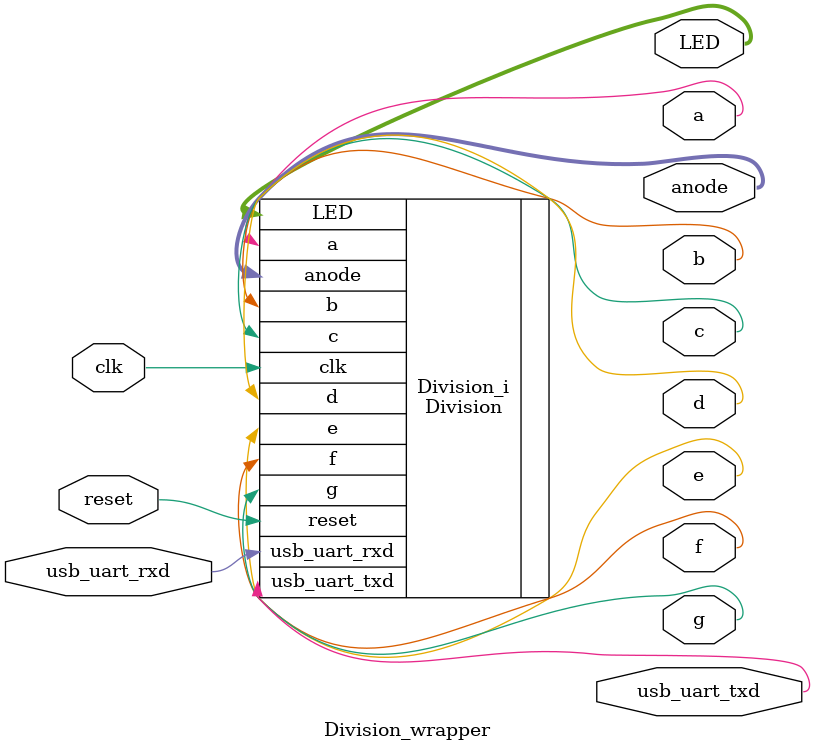
<source format=v>
`timescale 1 ps / 1 ps

module Division_wrapper
   (LED,
    a,
    anode,
    b,
    c,
    clk,
    d,
    e,
    f,
    g,
    reset,
    usb_uart_rxd,
    usb_uart_txd);
  output [15:0]LED;
  output a;
  output [7:0]anode;
  output b;
  output c;
  input clk;
  output d;
  output e;
  output f;
  output g;
  input reset;
  input usb_uart_rxd;
  output usb_uart_txd;

  wire [15:0]LED;
  wire a;
  wire [7:0]anode;
  wire b;
  wire c;
  wire clk;
  wire d;
  wire e;
  wire f;
  wire g;
  wire reset;
  wire usb_uart_rxd;
  wire usb_uart_txd;

  Division Division_i
       (.LED(LED),
        .a(a),
        .anode(anode),
        .b(b),
        .c(c),
        .clk(clk),
        .d(d),
        .e(e),
        .f(f),
        .g(g),
        .reset(reset),
        .usb_uart_rxd(usb_uart_rxd),
        .usb_uart_txd(usb_uart_txd));
endmodule

</source>
